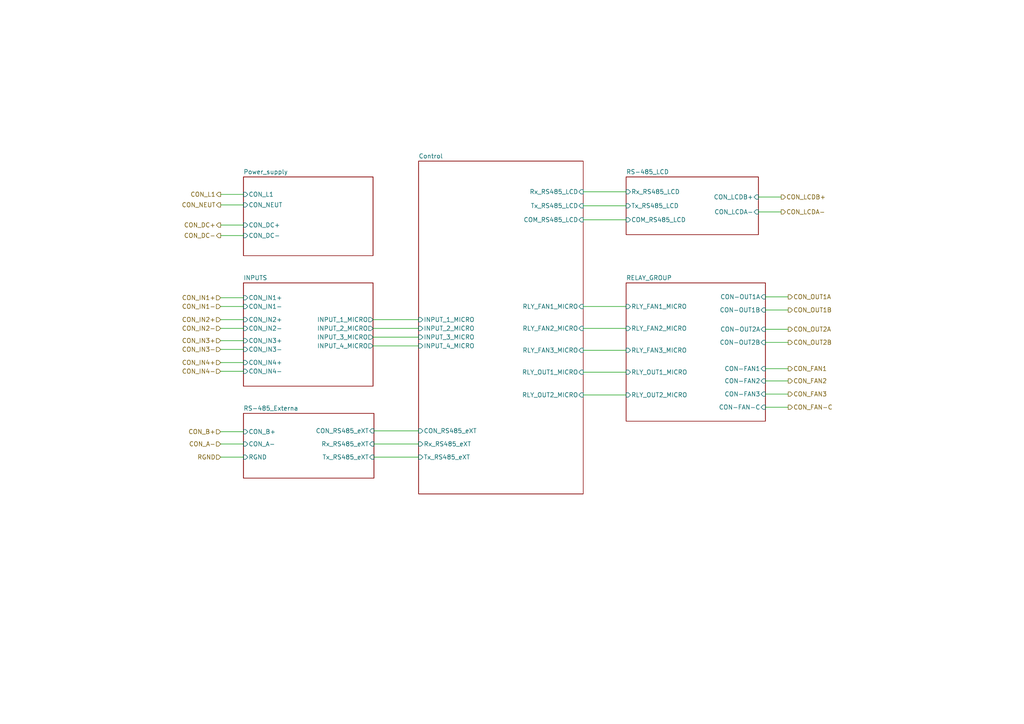
<source format=kicad_sch>
(kicad_sch (version 20230121) (generator eeschema)
  (paper "A4")
  (title_block (title "RoomLink") (date "2023-06-17") (rev "Version 1.0") (company "Designer: Raudy Rodríguez Moreno"))
  (lib_symbols)
  (wire (pts (xy 169.164 63.754) (xy 181.61 63.754)))
  (wire (pts (xy 108.458 124.968) (xy 121.412 124.968)))
  (wire (pts (xy 64.008 105.156) (xy 70.612 105.156)))
  (wire (pts (xy 64.008 98.806) (xy 70.612 98.806)))
  (wire (pts (xy 64.008 88.9) (xy 70.612 88.9)))
  (wire (pts (xy 64.008 65.278) (xy 70.612 65.278)))
  (wire (pts (xy 108.458 128.778) (xy 121.412 128.778)))
  (wire (pts (xy 169.164 55.626) (xy 181.61 55.626)))
  (wire (pts (xy 228.6 110.49) (xy 221.996 110.49)))
  (wire (pts (xy 108.204 92.71) (xy 121.412 92.71)))
  (wire (pts (xy 64.008 128.778) (xy 70.612 128.778)))
  (wire (pts (xy 64.008 132.588) (xy 70.612 132.588)))
  (wire (pts (xy 64.008 56.388) (xy 70.612 56.388)))
  (wire (pts (xy 228.6 89.916) (xy 221.996 89.916)))
  (wire (pts (xy 64.008 107.696) (xy 70.612 107.696)))
  (wire (pts (xy 169.164 107.95) (xy 181.61 107.95)))
  (wire (pts (xy 169.164 114.554) (xy 181.61 114.554)))
  (wire (pts (xy 108.458 132.588) (xy 121.412 132.588)))
  (wire (pts (xy 169.164 88.9) (xy 181.61 88.9)))
  (wire (pts (xy 108.204 100.33) (xy 121.412 100.33)))
  (wire (pts (xy 108.204 97.79) (xy 121.412 97.79)))
  (wire (pts (xy 169.164 95.25) (xy 181.61 95.25)))
  (wire (pts (xy 228.6 99.314) (xy 221.996 99.314)))
  (wire (pts (xy 64.008 92.71) (xy 70.612 92.71)))
  (wire (pts (xy 64.008 68.326) (xy 70.612 68.326)))
  (wire (pts (xy 64.008 101.346) (xy 70.612 101.346)))
  (wire (pts (xy 228.6 95.504) (xy 221.996 95.504)))
  (wire (pts (xy 169.164 59.69) (xy 181.61 59.69)))
  (wire (pts (xy 64.008 125.222) (xy 70.612 125.222)))
  (wire (pts (xy 226.568 57.15) (xy 219.964 57.15)))
  (wire (pts (xy 64.008 59.436) (xy 70.612 59.436)))
  (wire (pts (xy 228.6 106.934) (xy 221.996 106.934)))
  (wire (pts (xy 108.204 95.25) (xy 121.412 95.25)))
  (wire (pts (xy 228.6 114.3) (xy 221.996 114.3)))
  (wire (pts (xy 228.6 118.11) (xy 221.996 118.11)))
  (wire (pts (xy 64.008 95.25) (xy 70.612 95.25)))
  (wire (pts (xy 169.164 101.6) (xy 181.61 101.6)))
  (wire (pts (xy 64.008 86.36) (xy 70.612 86.36)))
  (wire (pts (xy 226.568 61.468) (xy 219.964 61.468)))
  (wire (pts (xy 228.6 86.106) (xy 221.996 86.106)))
  (hierarchical_label "CON_IN2-" (shape input) (at 64.008 95.25 180))
  (hierarchical_label "CON_LCDB+" (shape output) (at 226.568 57.15 0))
  (hierarchical_label "CON_DC+" (shape output) (at 64.008 65.278 180))
  (hierarchical_label "CON_DC-" (shape output) (at 64.008 68.326 180))
  (hierarchical_label "CON_FAN-C" (shape output) (at 228.6 118.11 0))
  (hierarchical_label "CON_FAN2" (shape output) (at 228.6 110.49 0))
  (hierarchical_label "CON_NEUT" (shape output) (at 64.008 59.436 180))
  (hierarchical_label "CON_IN4+" (shape input) (at 64.008 105.156 180))
  (hierarchical_label "CON_IN2+" (shape input) (at 64.008 92.71 180))
  (hierarchical_label "CON_FAN1" (shape output) (at 228.6 106.934 0))
  (hierarchical_label "CON_A-" (shape input) (at 64.008 128.778 180))
  (hierarchical_label "CON_OUT1A" (shape output) (at 228.6 86.106 0))
  (hierarchical_label "CON_IN4-" (shape input) (at 64.008 107.696 180))
  (hierarchical_label "CON_B+" (shape input) (at 64.008 125.222 180))
  (hierarchical_label "CON_L1" (shape output) (at 64.008 56.388 180))
  (hierarchical_label "CON_IN3-" (shape input) (at 64.008 101.346 180))
  (hierarchical_label "CON_OUT1B" (shape output) (at 228.6 89.916 0))
  (hierarchical_label "CON_LCDA-" (shape output) (at 226.568 61.468 0))
  (hierarchical_label "CON_FAN3" (shape output) (at 228.6 114.3 0))
  (hierarchical_label "CON_IN3+" (shape input) (at 64.008 98.806 180))
  (hierarchical_label "RGND" (shape input) (at 64.008 132.588 180))
  (hierarchical_label "CON_IN1-" (shape input) (at 64.008 88.9 180))
  (hierarchical_label "CON_OUT2A" (shape output) (at 228.6 95.504 0))
  (hierarchical_label "CON_IN1+" (shape input) (at 64.008 86.36 180))
  (hierarchical_label "CON_OUT2B" (shape output) (at 228.6 99.314 0))
  (sheet (at 70.612 119.888) (size 37.846 18.796) (stroke (width 0.1524))
    (property "Sheetname" "RS-485_Externa" (at 70.612 119.1764 0) (effects (justify left bottom)))
    (property "Sheetfile" "RS-485_Externa.kicad_sch" (effects hide))
    (pin "CON_RS485_eXT" input (at 108.458 124.968 0))
    (pin "Rx_RS485_eXT" input (at 108.458 128.778 0))
    (pin "Tx_RS485_eXT" input (at 108.458 132.588 0))
    (pin "CON_B+" input (at 70.612 125.222 180))
    (pin "CON_A-" input (at 70.612 128.778 180))
    (pin "RGND" input (at 70.612 132.588 180))
  )
  (sheet (at 181.61 51.308) (size 38.354 16.764) (stroke (width 0.1524))
    (property "Sheetname" "RS-485_LCD" (at 181.61 50.5964 0) (effects (justify left bottom)))
    (property "Sheetfile" "RS-485_LCD.kicad_sch" (effects hide))
    (pin "Tx_RS485_LCD" input (at 181.61 59.69 180))
    (pin "COM_RS485_LCD" input (at 181.61 63.754 180))
    (pin "Rx_RS485_LCD" input (at 181.61 55.626 180))
    (pin "CON_LCDB+" input (at 219.964 57.15 0))
    (pin "CON_LCDA-" input (at 219.964 61.468 0))
  )
  (sheet (at 121.412 46.736) (size 47.752 96.52) (stroke (width 0.1524))
    (property "Sheetname" "Control" (at 121.412 46.0244 0) (effects (justify left bottom)))
    (property "Sheetfile" "Control.kicad_sch" (effects hide))
    (pin "Rx_RS485_eXT" input (at 121.412 128.778 180))
    (pin "CON_RS485_eXT" input (at 121.412 124.968 180))
    (pin "Tx_RS485_eXT" input (at 121.412 132.588 180))
    (pin "COM_RS485_LCD" input (at 169.164 63.754 0))
    (pin "RLY_FAN2_MICRO" input (at 169.164 95.25 0))
    (pin "RLY_FAN1_MICRO" input (at 169.164 88.9 0))
    (pin "RLY_FAN3_MICRO" input (at 169.164 101.6 0))
    (pin "RLY_OUT2_MICRO" input (at 169.164 114.554 0))
    (pin "RLY_OUT1_MICRO" input (at 169.164 107.95 0))
    (pin "INPUT_1_MICRO" input (at 121.412 92.71 180))
    (pin "INPUT_2_MICRO" input (at 121.412 95.25 180))
    (pin "INPUT_4_MICRO" input (at 121.412 100.33 180))
    (pin "INPUT_3_MICRO" input (at 121.412 97.79 180))
    (pin "Rx_RS485_LCD" input (at 169.164 55.626 0))
    (pin "Tx_RS485_LCD" input (at 169.164 59.69 0))
  )
  (sheet (at 181.61 82.042) (size 40.386 40.132) (stroke (width 0.1524))
    (property "Sheetname" "RELAY_GROUP" (at 181.61 81.3304 0) (effects (justify left bottom)))
    (property "Sheetfile" "RELAY_GROUP.kicad_sch" (effects hide))
    (pin "CON-FAN3" input (at 221.996 114.3 0))
    (pin "CON-FAN-C" input (at 221.996 118.11 0))
    (pin "CON-OUT1A" input (at 221.996 86.106 0))
    (pin "CON-OUT1B" input (at 221.996 89.916 0))
    (pin "RLY_FAN1_MICRO" input (at 181.61 88.9 180))
    (pin "RLY_FAN2_MICRO" input (at 181.61 95.25 180))
    (pin "RLY_OUT1_MICRO" input (at 181.61 107.95 180))
    (pin "RLY_OUT2_MICRO" input (at 181.61 114.554 180))
    (pin "RLY_FAN3_MICRO" input (at 181.61 101.6 180))
    (pin "CON-FAN2" input (at 221.996 110.49 0))
    (pin "CON-OUT2A" input (at 221.996 95.504 0))
    (pin "CON-FAN1" input (at 221.996 106.934 0))
    (pin "CON-OUT2B" input (at 221.996 99.314 0))
  )
  (sheet (at 70.612 82.042) (size 37.592 29.972) (stroke (width 0.1524))
    (property "Sheetname" "INPUTS" (at 70.612 81.3304 0) (effects (justify left bottom)))
    (property "Sheetfile" "INPUTS.kicad_sch" (effects hide))
    (pin "CON_IN3+" input (at 70.612 98.806 180))
    (pin "CON_IN3-" input (at 70.612 101.346 180))
    (pin "CON_IN2-" input (at 70.612 95.25 180))
    (pin "CON_IN2+" input (at 70.612 92.71 180))
    (pin "CON_IN1+" input (at 70.612 86.36 180))
    (pin "CON_IN1-" input (at 70.612 88.9 180))
    (pin "CON_IN4-" input (at 70.612 107.696 180))
    (pin "CON_IN4+" input (at 70.612 105.156 180))
    (pin "INPUT_3_MICRO" output (at 108.204 97.79 0))
    (pin "INPUT_2_MICRO" output (at 108.204 95.25 0))
    (pin "INPUT_1_MICRO" output (at 108.204 92.71 0))
    (pin "INPUT_4_MICRO" output (at 108.204 100.33 0))
  )
  (sheet (at 70.612 51.308) (size 37.592 22.86) (stroke (width 0.1524))
    (property "Sheetname" "Power_supply" (at 70.612 50.5964 0) (effects (justify left bottom)))
    (property "Sheetfile" "Power_supply.kicad_sch.kicad_sch" (effects hide))
    (pin "CON_L1" input (at 70.612 56.388 180))
    (pin "CON_NEUT" input (at 70.612 59.436 180))
    (pin "CON_DC+" input (at 70.612 65.278 180))
    (pin "CON_DC-" input (at 70.612 68.326 180))
  )
)
</source>
